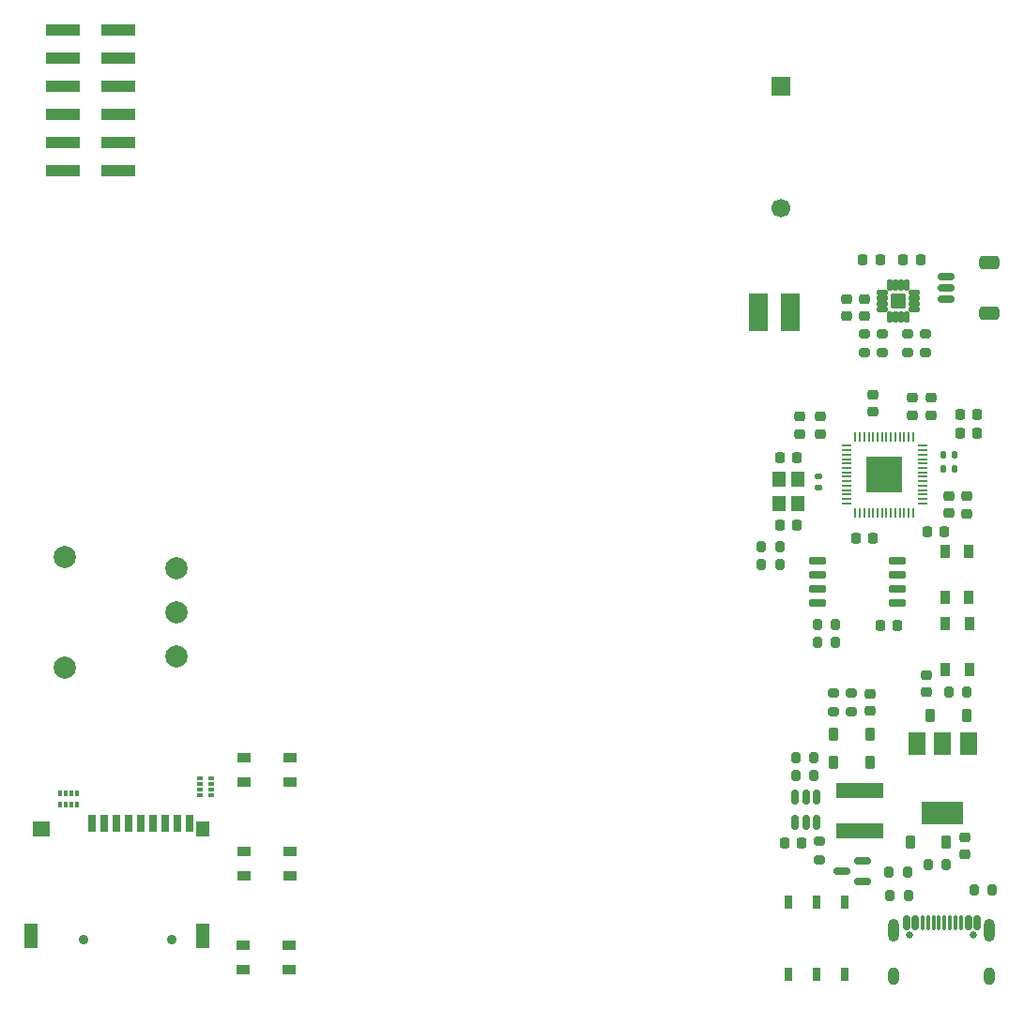
<source format=gbs>
%TF.GenerationSoftware,KiCad,Pcbnew,7.0.7*%
%TF.CreationDate,2023-11-02T23:48:11+00:00*%
%TF.ProjectId,mod-badge-inercia,6d6f642d-6261-4646-9765-2d696e657263,rev?*%
%TF.SameCoordinates,Original*%
%TF.FileFunction,Soldermask,Bot*%
%TF.FilePolarity,Negative*%
%FSLAX46Y46*%
G04 Gerber Fmt 4.6, Leading zero omitted, Abs format (unit mm)*
G04 Created by KiCad (PCBNEW 7.0.7) date 2023-11-02 23:48:11*
%MOMM*%
%LPD*%
G01*
G04 APERTURE LIST*
G04 Aperture macros list*
%AMRoundRect*
0 Rectangle with rounded corners*
0 $1 Rounding radius*
0 $2 $3 $4 $5 $6 $7 $8 $9 X,Y pos of 4 corners*
0 Add a 4 corners polygon primitive as box body*
4,1,4,$2,$3,$4,$5,$6,$7,$8,$9,$2,$3,0*
0 Add four circle primitives for the rounded corners*
1,1,$1+$1,$2,$3*
1,1,$1+$1,$4,$5*
1,1,$1+$1,$6,$7*
1,1,$1+$1,$8,$9*
0 Add four rect primitives between the rounded corners*
20,1,$1+$1,$2,$3,$4,$5,0*
20,1,$1+$1,$4,$5,$6,$7,0*
20,1,$1+$1,$6,$7,$8,$9,0*
20,1,$1+$1,$8,$9,$2,$3,0*%
G04 Aperture macros list end*
%ADD10RoundRect,0.200000X-0.275000X0.200000X-0.275000X-0.200000X0.275000X-0.200000X0.275000X0.200000X0*%
%ADD11RoundRect,0.225000X0.225000X0.250000X-0.225000X0.250000X-0.225000X-0.250000X0.225000X-0.250000X0*%
%ADD12RoundRect,0.200000X0.275000X-0.200000X0.275000X0.200000X-0.275000X0.200000X-0.275000X-0.200000X0*%
%ADD13RoundRect,0.200000X0.200000X0.275000X-0.200000X0.275000X-0.200000X-0.275000X0.200000X-0.275000X0*%
%ADD14RoundRect,0.225000X0.225000X0.375000X-0.225000X0.375000X-0.225000X-0.375000X0.225000X-0.375000X0*%
%ADD15RoundRect,0.225000X-0.250000X0.225000X-0.250000X-0.225000X0.250000X-0.225000X0.250000X0.225000X0*%
%ADD16RoundRect,0.225000X0.250000X-0.225000X0.250000X0.225000X-0.250000X0.225000X-0.250000X-0.225000X0*%
%ADD17C,0.900000*%
%ADD18R,0.700000X1.600000*%
%ADD19R,1.200000X2.200000*%
%ADD20R,1.600000X1.400000*%
%ADD21R,1.200000X1.400000*%
%ADD22RoundRect,0.200000X-0.200000X-0.275000X0.200000X-0.275000X0.200000X0.275000X-0.200000X0.275000X0*%
%ADD23RoundRect,0.225000X-0.225000X-0.250000X0.225000X-0.250000X0.225000X0.250000X-0.225000X0.250000X0*%
%ADD24R,1.700000X1.700000*%
%ADD25C,1.700000*%
%ADD26C,2.000000*%
%ADD27RoundRect,0.225000X-0.225000X-0.375000X0.225000X-0.375000X0.225000X0.375000X-0.225000X0.375000X0*%
%ADD28RoundRect,0.150000X0.587500X0.150000X-0.587500X0.150000X-0.587500X-0.150000X0.587500X-0.150000X0*%
%ADD29RoundRect,0.150000X-0.625000X0.150000X-0.625000X-0.150000X0.625000X-0.150000X0.625000X0.150000X0*%
%ADD30RoundRect,0.250000X-0.650000X0.350000X-0.650000X-0.350000X0.650000X-0.350000X0.650000X0.350000X0*%
%ADD31R,0.400000X0.500000*%
%ADD32R,0.300000X0.500000*%
%ADD33RoundRect,0.102000X-0.525000X-0.325000X0.525000X-0.325000X0.525000X0.325000X-0.525000X0.325000X0*%
%ADD34RoundRect,0.135000X0.135000X0.185000X-0.135000X0.185000X-0.135000X-0.185000X0.135000X-0.185000X0*%
%ADD35R,0.500000X0.400000*%
%ADD36R,0.500000X0.300000*%
%ADD37RoundRect,0.135000X-0.185000X0.135000X-0.185000X-0.135000X0.185000X-0.135000X0.185000X0.135000X0*%
%ADD38R,0.700000X1.200000*%
%ADD39RoundRect,0.102000X0.325000X-0.525000X0.325000X0.525000X-0.325000X0.525000X-0.325000X-0.525000X0*%
%ADD40RoundRect,0.050000X0.050000X-0.387500X0.050000X0.387500X-0.050000X0.387500X-0.050000X-0.387500X0*%
%ADD41RoundRect,0.050000X0.387500X-0.050000X0.387500X0.050000X-0.387500X0.050000X-0.387500X-0.050000X0*%
%ADD42R,3.200000X3.200000*%
%ADD43R,1.800000X3.400000*%
%ADD44R,1.500000X2.000000*%
%ADD45R,3.800000X2.000000*%
%ADD46R,3.150000X1.000000*%
%ADD47RoundRect,0.110100X0.126900X-0.411900X0.126900X0.411900X-0.126900X0.411900X-0.126900X-0.411900X0*%
%ADD48RoundRect,0.110100X-0.411900X-0.126900X0.411900X-0.126900X0.411900X0.126900X-0.411900X0.126900X0*%
%ADD49RoundRect,0.102000X0.550000X-0.550000X0.550000X0.550000X-0.550000X0.550000X-0.550000X-0.550000X0*%
%ADD50C,0.650000*%
%ADD51RoundRect,0.150000X0.150000X0.500000X-0.150000X0.500000X-0.150000X-0.500000X0.150000X-0.500000X0*%
%ADD52RoundRect,0.075000X0.075000X0.575000X-0.075000X0.575000X-0.075000X-0.575000X0.075000X-0.575000X0*%
%ADD53O,1.000000X1.600000*%
%ADD54O,1.000000X2.100000*%
%ADD55RoundRect,0.150000X-0.650000X-0.150000X0.650000X-0.150000X0.650000X0.150000X-0.650000X0.150000X0*%
%ADD56R,4.200000X1.400000*%
%ADD57RoundRect,0.150000X-0.150000X0.512500X-0.150000X-0.512500X0.150000X-0.512500X0.150000X0.512500X0*%
G04 APERTURE END LIST*
D10*
%TO.C,R18*%
X76368000Y-65207400D03*
X76368000Y-66857400D03*
%TD*%
D11*
%TO.C,C14*%
X80496000Y-59110200D03*
X78946000Y-59110200D03*
%TD*%
D12*
%TO.C,R24*%
X74782200Y-66873800D03*
X74782200Y-65223800D03*
%TD*%
D13*
%TO.C,R20*%
X84953038Y-80658800D03*
X83303038Y-80658800D03*
%TD*%
D14*
%TO.C,D15*%
X86772400Y-67215000D03*
X83472400Y-67215000D03*
%TD*%
D15*
%TO.C,C17*%
X83104400Y-63591400D03*
X83104400Y-65141400D03*
%TD*%
D12*
%TO.C,R21*%
X77537000Y-34438000D03*
X77537000Y-32788000D03*
%TD*%
D16*
%TO.C,C6*%
X81882600Y-40098400D03*
X81882600Y-38548400D03*
%TD*%
D13*
%TO.C,R13*%
X69924600Y-53632800D03*
X68274600Y-53632800D03*
%TD*%
D17*
%TO.C,J2*%
X7068400Y-87498890D03*
X15068400Y-87498890D03*
D18*
X7868400Y-76998890D03*
X8968400Y-76998890D03*
X10068400Y-76998890D03*
X11168400Y-76998890D03*
X12268400Y-76998890D03*
X13368400Y-76998890D03*
X14468400Y-76998890D03*
X15568400Y-76998890D03*
X16668400Y-76998890D03*
D19*
X2368400Y-87098890D03*
D20*
X3268400Y-77498890D03*
D21*
X17868400Y-77498890D03*
D19*
X17868400Y-87098890D03*
%TD*%
D15*
%TO.C,C8*%
X86735600Y-47443800D03*
X86735600Y-48993800D03*
%TD*%
D13*
%TO.C,R14*%
X69924600Y-52002600D03*
X68274600Y-52002600D03*
%TD*%
D11*
%TO.C,C15*%
X71490600Y-50058000D03*
X69940600Y-50058000D03*
%TD*%
D22*
%TO.C,R1*%
X71343400Y-72676400D03*
X72993400Y-72676400D03*
%TD*%
D11*
%TO.C,C9*%
X78337000Y-51223800D03*
X76787000Y-51223800D03*
%TD*%
D22*
%TO.C,R33*%
X85131800Y-65114000D03*
X86781800Y-65114000D03*
%TD*%
D16*
%TO.C,C7*%
X83561600Y-40098400D03*
X83561600Y-38548400D03*
%TD*%
D23*
%TO.C,C13*%
X86178800Y-40048800D03*
X87728800Y-40048800D03*
%TD*%
D12*
%TO.C,R22*%
X83053400Y-34463400D03*
X83053400Y-32813400D03*
%TD*%
D24*
%TO.C,BT1*%
X69993000Y-10443200D03*
D25*
X69993000Y-21443200D03*
%TD*%
D23*
%TO.C,C5*%
X86165000Y-41722600D03*
X87715000Y-41722600D03*
%TD*%
D13*
%TO.C,R2*%
X72993400Y-71080800D03*
X71343400Y-71080800D03*
%TD*%
D26*
%TO.C,RV1*%
X5452000Y-52910200D03*
X5452000Y-62910200D03*
X15452000Y-53910200D03*
X15452000Y-57910200D03*
X15452000Y-61910200D03*
%TD*%
D12*
%TO.C,R3*%
X73498400Y-80269200D03*
X73498400Y-78619200D03*
%TD*%
D27*
%TO.C,D2*%
X81655000Y-78682600D03*
X84955000Y-78682600D03*
%TD*%
D28*
%TO.C,Q2*%
X77359900Y-80337000D03*
X77359900Y-82237000D03*
X75484900Y-81287000D03*
%TD*%
D14*
%TO.C,D1*%
X78091400Y-71496400D03*
X74791400Y-71496400D03*
%TD*%
D29*
%TO.C,J3*%
X84950800Y-27617800D03*
X84950800Y-28617800D03*
X84950800Y-29617800D03*
D30*
X88825800Y-26317800D03*
X88825800Y-30917800D03*
%TD*%
D31*
%TO.C,RN1*%
X4970000Y-74268600D03*
D32*
X5470000Y-74268600D03*
X5970000Y-74268600D03*
D31*
X6470000Y-74268600D03*
X6470000Y-75268600D03*
D32*
X5970000Y-75268600D03*
X5470000Y-75268600D03*
D31*
X4970000Y-75268600D03*
%TD*%
D22*
%TO.C,R7*%
X87424800Y-82963400D03*
X89074800Y-82963400D03*
%TD*%
D33*
%TO.C,SW4*%
X21490200Y-90137503D03*
X25640200Y-90137503D03*
X21490200Y-87987503D03*
X25640200Y-87987503D03*
%TD*%
D12*
%TO.C,R19*%
X79128000Y-34438000D03*
X79128000Y-32788000D03*
%TD*%
D34*
%TO.C,R11*%
X85671600Y-44932600D03*
X84651600Y-44932600D03*
%TD*%
%TO.C,R12*%
X85671600Y-43698200D03*
X84651600Y-43698200D03*
%TD*%
D35*
%TO.C,RN2*%
X18625000Y-72925000D03*
D36*
X18625000Y-73425000D03*
X18625000Y-73925000D03*
D35*
X18625000Y-74425000D03*
X17625000Y-74425000D03*
D36*
X17625000Y-73925000D03*
X17625000Y-73425000D03*
D35*
X17625000Y-72925000D03*
%TD*%
D15*
%TO.C,C3*%
X85155600Y-47430000D03*
X85155600Y-48980000D03*
%TD*%
D37*
%TO.C,R10*%
X73410600Y-45652000D03*
X73410600Y-46672000D03*
%TD*%
D22*
%TO.C,R5*%
X79776200Y-81407000D03*
X81426200Y-81407000D03*
%TD*%
D13*
%TO.C,R6*%
X81513800Y-83485200D03*
X79863800Y-83485200D03*
%TD*%
D12*
%TO.C,R23*%
X81483200Y-34463400D03*
X81483200Y-32813400D03*
%TD*%
D16*
%TO.C,C18*%
X77559400Y-31180800D03*
X77559400Y-29630800D03*
%TD*%
D38*
%TO.C,SW7*%
X70728600Y-90615600D03*
X73228600Y-90615600D03*
X75728600Y-90615600D03*
X70728600Y-84115600D03*
X73228600Y-84115600D03*
X75728600Y-84115600D03*
%TD*%
D33*
%TO.C,SW5*%
X21590200Y-73231703D03*
X25740200Y-73231703D03*
X21590200Y-71081703D03*
X25740200Y-71081703D03*
%TD*%
D39*
%TO.C,SW2*%
X87007800Y-63062303D03*
X87007800Y-58912303D03*
X84857800Y-63062303D03*
X84857800Y-58912303D03*
%TD*%
D33*
%TO.C,SW6*%
X21590200Y-81684603D03*
X25740200Y-81684603D03*
X21590200Y-79534603D03*
X25740200Y-79534603D03*
%TD*%
D11*
%TO.C,C22*%
X71898238Y-78707600D03*
X70348238Y-78707600D03*
%TD*%
D21*
%TO.C,Y1*%
X71536600Y-45906000D03*
X71536600Y-48106000D03*
X69836600Y-48106000D03*
X69836600Y-45906000D03*
%TD*%
D40*
%TO.C,U1*%
X81933400Y-48920400D03*
X81533400Y-48920400D03*
X81133400Y-48920400D03*
X80733400Y-48920400D03*
X80333400Y-48920400D03*
X79933400Y-48920400D03*
X79533400Y-48920400D03*
X79133400Y-48920400D03*
X78733400Y-48920400D03*
X78333400Y-48920400D03*
X77933400Y-48920400D03*
X77533400Y-48920400D03*
X77133400Y-48920400D03*
X76733400Y-48920400D03*
D41*
X75895900Y-48082900D03*
X75895900Y-47682900D03*
X75895900Y-47282900D03*
X75895900Y-46882900D03*
X75895900Y-46482900D03*
X75895900Y-46082900D03*
X75895900Y-45682900D03*
X75895900Y-45282900D03*
X75895900Y-44882900D03*
X75895900Y-44482900D03*
X75895900Y-44082900D03*
X75895900Y-43682900D03*
X75895900Y-43282900D03*
X75895900Y-42882900D03*
D40*
X76733400Y-42045400D03*
X77133400Y-42045400D03*
X77533400Y-42045400D03*
X77933400Y-42045400D03*
X78333400Y-42045400D03*
X78733400Y-42045400D03*
X79133400Y-42045400D03*
X79533400Y-42045400D03*
X79933400Y-42045400D03*
X80333400Y-42045400D03*
X80733400Y-42045400D03*
X81133400Y-42045400D03*
X81533400Y-42045400D03*
X81933400Y-42045400D03*
D41*
X82770900Y-42882900D03*
X82770900Y-43282900D03*
X82770900Y-43682900D03*
X82770900Y-44082900D03*
X82770900Y-44482900D03*
X82770900Y-44882900D03*
X82770900Y-45282900D03*
X82770900Y-45682900D03*
X82770900Y-46082900D03*
X82770900Y-46482900D03*
X82770900Y-46882900D03*
X82770900Y-47282900D03*
X82770900Y-47682900D03*
X82770900Y-48082900D03*
D42*
X79333400Y-45482900D03*
%TD*%
D16*
%TO.C,C4*%
X73546200Y-41800200D03*
X73546200Y-40250200D03*
%TD*%
D23*
%TO.C,C16*%
X69936600Y-43950000D03*
X71486600Y-43950000D03*
%TD*%
D11*
%TO.C,C21*%
X82590400Y-26064800D03*
X81040400Y-26064800D03*
%TD*%
D16*
%TO.C,C19*%
X75936400Y-31180800D03*
X75936400Y-29630800D03*
%TD*%
%TO.C,C12*%
X78324000Y-39805200D03*
X78324000Y-38255200D03*
%TD*%
D43*
%TO.C,J5*%
X68021400Y-30844200D03*
%TD*%
D13*
%TO.C,R9*%
X74957400Y-58988000D03*
X73307400Y-58988000D03*
%TD*%
%TO.C,R8*%
X74957400Y-60618200D03*
X73307400Y-60618200D03*
%TD*%
D23*
%TO.C,C10*%
X83207000Y-50632800D03*
X84757000Y-50632800D03*
%TD*%
D39*
%TO.C,SW3*%
X86973400Y-56606897D03*
X86973400Y-52456897D03*
X84823400Y-56606897D03*
X84823400Y-52456897D03*
%TD*%
D44*
%TO.C,U3*%
X82303800Y-69740600D03*
X84603800Y-69740600D03*
D45*
X84603800Y-76040600D03*
D44*
X86903800Y-69740600D03*
%TD*%
D46*
%TO.C,J7*%
X10250000Y-5325000D03*
X5200000Y-5325000D03*
X10250000Y-7865000D03*
X5200000Y-7865000D03*
X10250000Y-10405000D03*
X5200000Y-10405000D03*
X10250000Y-12945000D03*
X5200000Y-12945000D03*
X10250000Y-15485000D03*
X5200000Y-15485000D03*
X10250000Y-18025000D03*
X5200000Y-18025000D03*
%TD*%
D47*
%TO.C,U5*%
X81346200Y-31237200D03*
X80846200Y-31237200D03*
X80346200Y-31237200D03*
X79846200Y-31237200D03*
D48*
X79161200Y-30552200D03*
X79161200Y-30052200D03*
X79161200Y-29552200D03*
X79161200Y-29052200D03*
D47*
X79846200Y-28367200D03*
X80346200Y-28367200D03*
X80846200Y-28367200D03*
X81346200Y-28367200D03*
D48*
X82031200Y-29052200D03*
X82031200Y-29552200D03*
X82031200Y-30052200D03*
X82031200Y-30552200D03*
D49*
X80596200Y-29802200D03*
%TD*%
D50*
%TO.C,J1*%
X87410400Y-87084400D03*
X81630400Y-87084400D03*
D51*
X87720400Y-85944400D03*
X86920400Y-85944400D03*
D52*
X85770400Y-85944400D03*
X84770400Y-85944400D03*
X84270400Y-85944400D03*
X83270400Y-85944400D03*
D51*
X82120400Y-85944400D03*
X81320400Y-85944400D03*
X81320400Y-85944400D03*
X82120400Y-85944400D03*
D52*
X82770400Y-85944400D03*
X83770400Y-85944400D03*
X85270400Y-85944400D03*
X86270400Y-85944400D03*
D51*
X86920400Y-85944400D03*
X87720400Y-85944400D03*
D53*
X88840400Y-90764400D03*
D54*
X88840400Y-86584400D03*
D53*
X80200400Y-90764400D03*
D54*
X80200400Y-86584400D03*
%TD*%
D23*
%TO.C,C20*%
X77404200Y-26090200D03*
X78954200Y-26090200D03*
%TD*%
D27*
%TO.C,D3*%
X74740400Y-68920400D03*
X78040400Y-68920400D03*
%TD*%
D43*
%TO.C,J4*%
X70880000Y-30844200D03*
%TD*%
D15*
%TO.C,C2*%
X86598400Y-78248600D03*
X86598400Y-79798600D03*
%TD*%
D16*
%TO.C,C1*%
X78034200Y-66819200D03*
X78034200Y-65269200D03*
%TD*%
%TO.C,C11*%
X71717400Y-41811800D03*
X71717400Y-40261800D03*
%TD*%
D55*
%TO.C,U4*%
X73304000Y-57033000D03*
X73304000Y-55763000D03*
X73304000Y-54493000D03*
X73304000Y-53223000D03*
X80504000Y-53223000D03*
X80504000Y-54493000D03*
X80504000Y-55763000D03*
X80504000Y-57033000D03*
%TD*%
D56*
%TO.C,L1*%
X77087400Y-77675400D03*
X77087400Y-73975400D03*
%TD*%
D57*
%TO.C,U2*%
X71307400Y-74587900D03*
X72257400Y-74587900D03*
X73207400Y-74587900D03*
X73207400Y-76862900D03*
X72257400Y-76862900D03*
X71307400Y-76862900D03*
%TD*%
M02*

</source>
